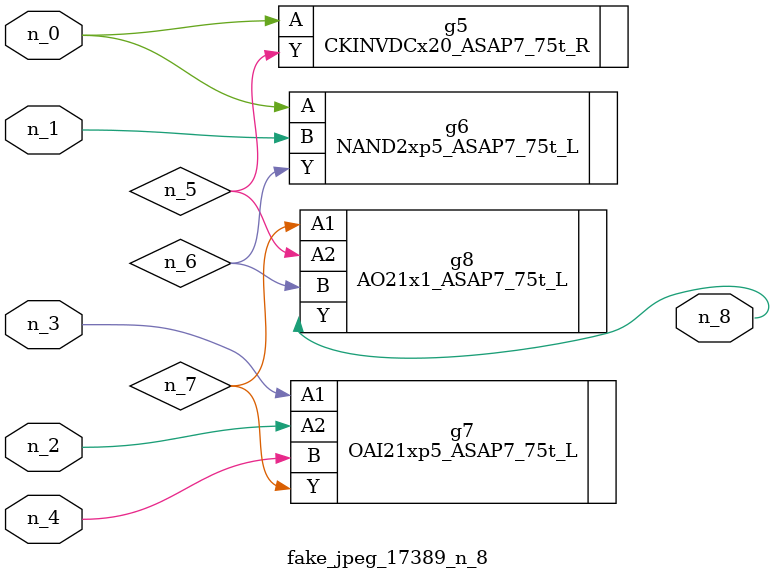
<source format=v>
module fake_jpeg_17389_n_8 (n_3, n_2, n_1, n_0, n_4, n_8);

input n_3;
input n_2;
input n_1;
input n_0;
input n_4;

output n_8;

wire n_6;
wire n_5;
wire n_7;

CKINVDCx20_ASAP7_75t_R g5 ( 
.A(n_0),
.Y(n_5)
);

NAND2xp5_ASAP7_75t_L g6 ( 
.A(n_0),
.B(n_1),
.Y(n_6)
);

OAI21xp5_ASAP7_75t_L g7 ( 
.A1(n_3),
.A2(n_2),
.B(n_4),
.Y(n_7)
);

AO21x1_ASAP7_75t_L g8 ( 
.A1(n_7),
.A2(n_5),
.B(n_6),
.Y(n_8)
);


endmodule
</source>
